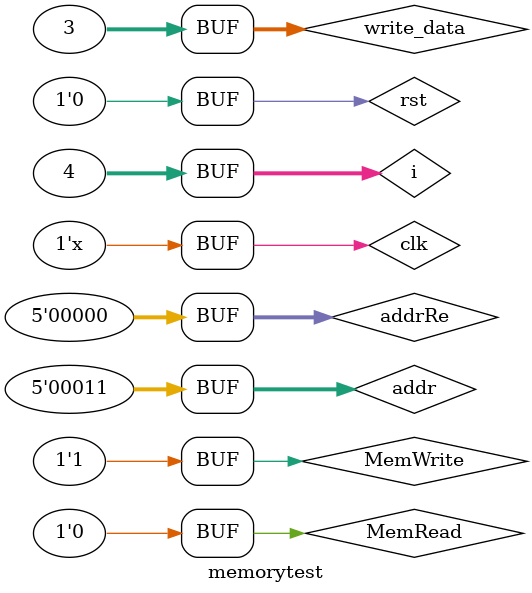
<source format=v>
`timescale 1ns / 1ps

module memorytest;

	// Inputs
	reg [4:0] addr;
	reg [4:0] addrRe;
	reg [31:0] write_data;
	reg rst;
	reg clk;
	reg MemRead;
	reg MemWrite;
	integer i;

	// Outputs
	wire [31:0] read_data;

	// Instantiate the Unit Under Test (UUT)
	Memory uut (
		.addr(addr),
		.addrRe(addrRe),
		.write_data(write_data), 
		.rst(rst), 
		.clk(clk), 
		.MemRead(MemRead), 
		.MemWrite(MemWrite), 
		.read_data(read_data)
	);

	initial begin
		// Initialize Inputs
		addr = 0;
		addrRe =0;
		write_data = 0;
		rst = 0;
		clk = 0;
		MemRead = 0;
		MemWrite = 0;

		// Wait 100 ns for global reset to finish
		#100;
		MemWrite = 1; 
		//MemRead = 1;
		// Add stimulus here
       for(i=0; i < 4; i=i+1) begin 
				 addr = i;
				write_data =  i;
				#0.001;			
		end

	end
       always #10 clk = ~clk;
endmodule


</source>
